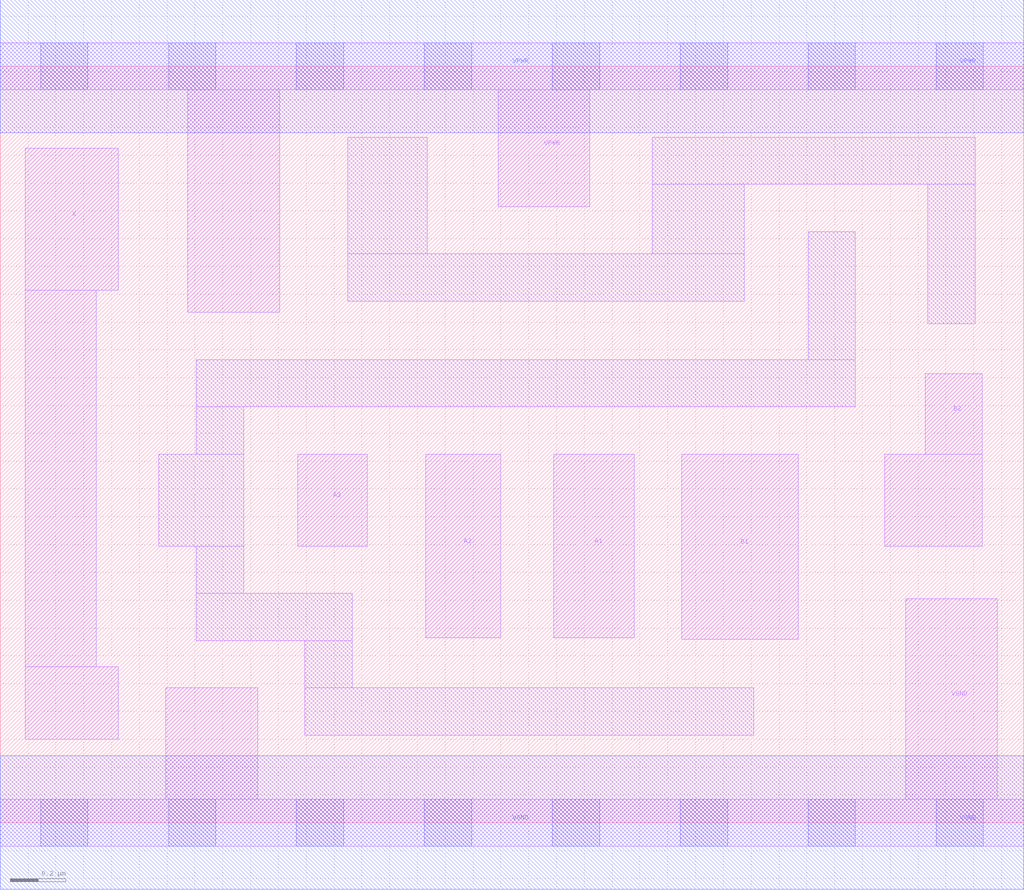
<source format=lef>
# Copyright 2020 The SkyWater PDK Authors
#
# Licensed under the Apache License, Version 2.0 (the "License");
# you may not use this file except in compliance with the License.
# You may obtain a copy of the License at
#
#     https://www.apache.org/licenses/LICENSE-2.0
#
# Unless required by applicable law or agreed to in writing, software
# distributed under the License is distributed on an "AS IS" BASIS,
# WITHOUT WARRANTIES OR CONDITIONS OF ANY KIND, either express or implied.
# See the License for the specific language governing permissions and
# limitations under the License.
#
# SPDX-License-Identifier: Apache-2.0

VERSION 5.7 ;
  NAMESCASESENSITIVE ON ;
  NOWIREEXTENSIONATPIN ON ;
  DIVIDERCHAR "/" ;
  BUSBITCHARS "[]" ;
UNITS
  DATABASE MICRONS 200 ;
END UNITS
MACRO sky130_fd_sc_hd__a32o_1
  CLASS CORE ;
  SOURCE USER ;
  FOREIGN sky130_fd_sc_hd__a32o_1 ;
  ORIGIN  0.000000  0.000000 ;
  SIZE  3.680000 BY  2.720000 ;
  SYMMETRY X Y R90 ;
  SITE unithd ;
  PIN A1
    ANTENNAGATEAREA  0.247500 ;
    DIRECTION INPUT ;
    USE SIGNAL ;
    PORT
      LAYER li1 ;
        RECT 1.990000 0.665000 2.280000 1.325000 ;
    END
  END A1
  PIN A2
    ANTENNAGATEAREA  0.247500 ;
    DIRECTION INPUT ;
    USE SIGNAL ;
    PORT
      LAYER li1 ;
        RECT 1.530000 0.665000 1.800000 1.325000 ;
    END
  END A2
  PIN A3
    ANTENNAGATEAREA  0.247500 ;
    DIRECTION INPUT ;
    USE SIGNAL ;
    PORT
      LAYER li1 ;
        RECT 1.070000 0.995000 1.320000 1.325000 ;
    END
  END A3
  PIN B1
    ANTENNAGATEAREA  0.247500 ;
    DIRECTION INPUT ;
    USE SIGNAL ;
    PORT
      LAYER li1 ;
        RECT 2.450000 0.660000 2.870000 1.325000 ;
    END
  END B1
  PIN B2
    ANTENNAGATEAREA  0.247500 ;
    DIRECTION INPUT ;
    USE SIGNAL ;
    PORT
      LAYER li1 ;
        RECT 3.180000 0.995000 3.530000 1.325000 ;
        RECT 3.325000 1.325000 3.530000 1.615000 ;
    END
  END B2
  PIN X
    ANTENNADIFFAREA  0.544500 ;
    DIRECTION OUTPUT ;
    USE SIGNAL ;
    PORT
      LAYER li1 ;
        RECT 0.090000 0.300000 0.425000 0.560000 ;
        RECT 0.090000 0.560000 0.345000 1.915000 ;
        RECT 0.090000 1.915000 0.425000 2.425000 ;
    END
  END X
  PIN VGND
    DIRECTION INOUT ;
    SHAPE ABUTMENT ;
    USE GROUND ;
    PORT
      LAYER li1 ;
        RECT 0.000000 -0.085000 3.680000 0.085000 ;
        RECT 0.595000  0.085000 0.925000 0.485000 ;
        RECT 3.255000  0.085000 3.585000 0.805000 ;
      LAYER mcon ;
        RECT 0.145000 -0.085000 0.315000 0.085000 ;
        RECT 0.605000 -0.085000 0.775000 0.085000 ;
        RECT 1.065000 -0.085000 1.235000 0.085000 ;
        RECT 1.525000 -0.085000 1.695000 0.085000 ;
        RECT 1.985000 -0.085000 2.155000 0.085000 ;
        RECT 2.445000 -0.085000 2.615000 0.085000 ;
        RECT 2.905000 -0.085000 3.075000 0.085000 ;
        RECT 3.365000 -0.085000 3.535000 0.085000 ;
      LAYER met1 ;
        RECT 0.000000 -0.240000 3.680000 0.240000 ;
    END
  END VGND
  PIN VPWR
    DIRECTION INOUT ;
    SHAPE ABUTMENT ;
    USE POWER ;
    PORT
      LAYER li1 ;
        RECT 0.000000 2.635000 3.680000 2.805000 ;
        RECT 0.675000 1.835000 1.005000 2.635000 ;
        RECT 1.790000 2.215000 2.120000 2.635000 ;
      LAYER mcon ;
        RECT 0.145000 2.635000 0.315000 2.805000 ;
        RECT 0.605000 2.635000 0.775000 2.805000 ;
        RECT 1.065000 2.635000 1.235000 2.805000 ;
        RECT 1.525000 2.635000 1.695000 2.805000 ;
        RECT 1.985000 2.635000 2.155000 2.805000 ;
        RECT 2.445000 2.635000 2.615000 2.805000 ;
        RECT 2.905000 2.635000 3.075000 2.805000 ;
        RECT 3.365000 2.635000 3.535000 2.805000 ;
      LAYER met1 ;
        RECT 0.000000 2.480000 3.680000 2.960000 ;
    END
  END VPWR
  OBS
    LAYER li1 ;
      RECT 0.570000 0.995000 0.875000 1.325000 ;
      RECT 0.705000 0.655000 1.265000 0.825000 ;
      RECT 0.705000 0.825000 0.875000 0.995000 ;
      RECT 0.705000 1.325000 0.875000 1.495000 ;
      RECT 0.705000 1.495000 3.075000 1.665000 ;
      RECT 1.095000 0.315000 2.710000 0.485000 ;
      RECT 1.095000 0.485000 1.265000 0.655000 ;
      RECT 1.250000 1.875000 2.675000 2.045000 ;
      RECT 1.250000 2.045000 1.535000 2.465000 ;
      RECT 2.345000 2.045000 2.675000 2.295000 ;
      RECT 2.345000 2.295000 3.505000 2.465000 ;
      RECT 2.905000 1.665000 3.075000 2.125000 ;
      RECT 3.335000 1.795000 3.505000 2.295000 ;
  END
END sky130_fd_sc_hd__a32o_1

</source>
